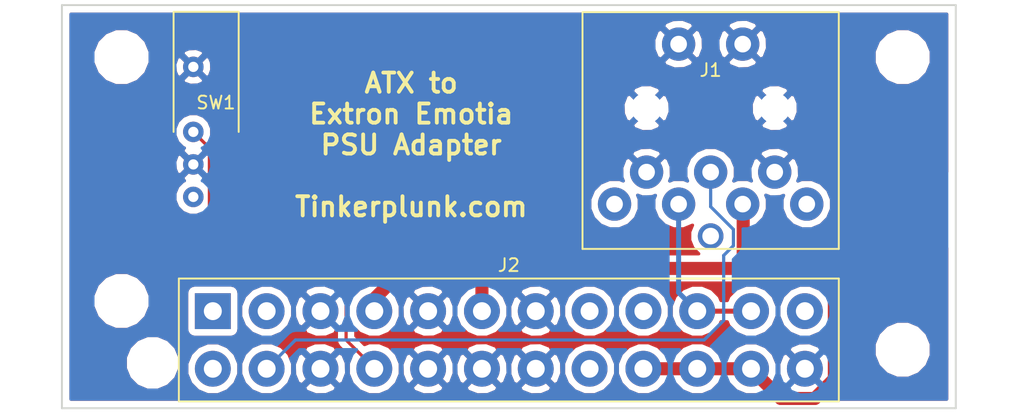
<source format=kicad_pcb>
(kicad_pcb (version 4) (host pcbnew 4.0.7)

  (general
    (links 24)
    (no_connects 0)
    (area 115.924999 98.730999 185.827001 130.377001)
    (thickness 1.6)
    (drawings 6)
    (tracks 40)
    (zones 0)
    (modules 7)
    (nets 13)
  )

  (page A4)
  (layers
    (0 F.Cu signal)
    (31 B.Cu signal)
    (32 B.Adhes user)
    (33 F.Adhes user)
    (34 B.Paste user)
    (35 F.Paste user)
    (36 B.SilkS user)
    (37 F.SilkS user)
    (38 B.Mask user)
    (39 F.Mask user)
    (40 Dwgs.User user)
    (41 Cmts.User user)
    (42 Eco1.User user)
    (43 Eco2.User user)
    (44 Edge.Cuts user)
    (45 Margin user)
    (46 B.CrtYd user)
    (47 F.CrtYd user)
    (48 B.Fab user)
    (49 F.Fab user)
  )

  (setup
    (last_trace_width 0.25)
    (user_trace_width 0.391)
    (user_trace_width 1.02)
    (trace_clearance 0.2)
    (zone_clearance 0.508)
    (zone_45_only no)
    (trace_min 0.2)
    (segment_width 0.2)
    (edge_width 0.15)
    (via_size 0.6)
    (via_drill 0.4)
    (via_min_size 0.4)
    (via_min_drill 0.3)
    (uvia_size 0.3)
    (uvia_drill 0.1)
    (uvias_allowed no)
    (uvia_min_size 0.2)
    (uvia_min_drill 0.1)
    (pcb_text_width 0.3)
    (pcb_text_size 1.5 1.5)
    (mod_edge_width 0.15)
    (mod_text_size 1 1)
    (mod_text_width 0.15)
    (pad_size 2.6 2.6)
    (pad_drill 1.3)
    (pad_to_mask_clearance 0.2)
    (aux_axis_origin 0 0)
    (visible_elements 7FFFFFFF)
    (pcbplotparams
      (layerselection 0x010f0_80000001)
      (usegerberextensions true)
      (excludeedgelayer true)
      (linewidth 0.100000)
      (plotframeref false)
      (viasonmask false)
      (mode 1)
      (useauxorigin false)
      (hpglpennumber 1)
      (hpglpenspeed 20)
      (hpglpendiameter 15)
      (hpglpenoverlay 2)
      (psnegative false)
      (psa4output false)
      (plotreference true)
      (plotvalue true)
      (plotinvisibletext false)
      (padsonsilk false)
      (subtractmaskfromsilk false)
      (outputformat 1)
      (mirror false)
      (drillshape 0)
      (scaleselection 1)
      (outputdirectory Gerbers/0.1/))
  )

  (net 0 "")
  (net 1 GND)
  (net 2 -12V)
  (net 3 +12V)
  (net 4 +5V)
  (net 5 "Net-(J2-Pad1)")
  (net 6 "Net-(J2-Pad2)")
  (net 7 "Net-(J2-Pad8)")
  (net 8 "Net-(J2-Pad9)")
  (net 9 "Net-(J2-Pad12)")
  (net 10 "Net-(J2-Pad13)")
  (net 11 "Net-(J2-Pad16)")
  (net 12 "Net-(J2-Pad20)")

  (net_class Default "This is the default net class."
    (clearance 0.2)
    (trace_width 0.25)
    (via_dia 0.6)
    (via_drill 0.4)
    (uvia_dia 0.3)
    (uvia_drill 0.1)
    (add_net +12V)
    (add_net +5V)
    (add_net -12V)
    (add_net GND)
    (add_net "Net-(J2-Pad1)")
    (add_net "Net-(J2-Pad12)")
    (add_net "Net-(J2-Pad13)")
    (add_net "Net-(J2-Pad16)")
    (add_net "Net-(J2-Pad2)")
    (add_net "Net-(J2-Pad20)")
    (add_net "Net-(J2-Pad8)")
    (add_net "Net-(J2-Pad9)")
  )

  (module Mounting_Holes:MountingHole_3.2mm_M3 (layer F.Cu) (tedit 5B428138) (tstamp 5B4280A2)
    (at 120.65 102.87)
    (descr "Mounting Hole 3.2mm, no annular, M3")
    (tags "mounting hole 3.2mm no annular m3")
    (attr virtual)
    (fp_text reference "" (at 0 -4.2) (layer F.SilkS)
      (effects (font (size 1 1) (thickness 0.15)))
    )
    (fp_text value MountingHole_3.2mm_M3 (at 0 4.2) (layer F.Fab)
      (effects (font (size 1 1) (thickness 0.15)))
    )
    (fp_text user %R (at 0.3 0) (layer F.Fab)
      (effects (font (size 1 1) (thickness 0.15)))
    )
    (fp_circle (center 0 0) (end 3.2 0) (layer Cmts.User) (width 0.15))
    (fp_circle (center 0 0) (end 3.45 0) (layer F.CrtYd) (width 0.05))
    (pad 1 np_thru_hole circle (at 0 0) (size 3.2 3.2) (drill 3.2) (layers *.Cu *.Mask))
  )

  (module Mounting_Holes:MountingHole_3.2mm_M3 (layer F.Cu) (tedit 5B42813F) (tstamp 5B428097)
    (at 120.65 121.92)
    (descr "Mounting Hole 3.2mm, no annular, M3")
    (tags "mounting hole 3.2mm no annular m3")
    (attr virtual)
    (fp_text reference "" (at 0 -4.2) (layer F.SilkS)
      (effects (font (size 1 1) (thickness 0.15)))
    )
    (fp_text value MountingHole_3.2mm_M3 (at 0 4.2) (layer F.Fab)
      (effects (font (size 1 1) (thickness 0.15)))
    )
    (fp_text user %R (at 0.3 0) (layer F.Fab)
      (effects (font (size 1 1) (thickness 0.15)))
    )
    (fp_circle (center 0 0) (end 3.2 0) (layer Cmts.User) (width 0.15))
    (fp_circle (center 0 0) (end 3.45 0) (layer F.CrtYd) (width 0.05))
    (pad 1 np_thru_hole circle (at 0 0) (size 3.2 3.2) (drill 3.2) (layers *.Cu *.Mask))
  )

  (module Mounting_Holes:MountingHole_3.2mm_M3 (layer F.Cu) (tedit 5B428145) (tstamp 5B42807F)
    (at 181.61 125.73)
    (descr "Mounting Hole 3.2mm, no annular, M3")
    (tags "mounting hole 3.2mm no annular m3")
    (attr virtual)
    (fp_text reference "" (at 0 -4.2) (layer F.SilkS)
      (effects (font (size 1 1) (thickness 0.15)))
    )
    (fp_text value MountingHole_3.2mm_M3 (at 0 4.2) (layer F.Fab)
      (effects (font (size 1 1) (thickness 0.15)))
    )
    (fp_text user %R (at 0.3 0) (layer F.Fab)
      (effects (font (size 1 1) (thickness 0.15)))
    )
    (fp_circle (center 0 0) (end 3.2 0) (layer Cmts.User) (width 0.15))
    (fp_circle (center 0 0) (end 3.45 0) (layer F.CrtYd) (width 0.05))
    (pad 1 np_thru_hole circle (at 0 0) (size 3.2 3.2) (drill 3.2) (layers *.Cu *.Mask))
  )

  (module ATX_PSU:DIN_8 (layer F.Cu) (tedit 5B427FCA) (tstamp 5B421731)
    (at 166.624 101.854 180)
    (path /5B41BC92)
    (fp_text reference J1 (at 0 -2.032 180) (layer F.SilkS)
      (effects (font (size 1 1) (thickness 0.15)))
    )
    (fp_text value DIN-5 (at 0 -4.572 180) (layer F.Fab)
      (effects (font (size 1 1) (thickness 0.15)))
    )
    (fp_line (start 10 2.5) (end -10 2.5) (layer F.SilkS) (width 0.15))
    (fp_line (start -10 2.5) (end -10 -16) (layer F.SilkS) (width 0.15))
    (fp_line (start -10 -16) (end 10 -16) (layer F.SilkS) (width 0.15))
    (fp_line (start 10 -16) (end 10 2.5) (layer F.SilkS) (width 0.15))
    (pad "" thru_hole circle (at -2.5 0 180) (size 2.6 2.6) (drill 1.3) (layers *.Cu *.Mask)
      (net 1 GND))
    (pad "" thru_hole circle (at 2.5 0 180) (size 2.6 2.6) (drill 1.3) (layers *.Cu *.Mask)
      (net 1 GND))
    (pad 1 thru_hole circle (at 5 -10 180) (size 2.6 2.6) (drill 1.3) (layers *.Cu *.Mask)
      (net 1 GND))
    (pad 2 thru_hole circle (at 0 -10 180) (size 2.6 2.6) (drill 1.3) (layers *.Cu *.Mask)
      (net 2 -12V))
    (pad 3 thru_hole circle (at -5 -10 180) (size 2.6 2.6) (drill 1.3) (layers *.Cu *.Mask)
      (net 1 GND))
    (pad 4 thru_hole circle (at 2.5 -12.5 180) (size 2.6 2.6) (drill 1.3) (layers *.Cu *.Mask)
      (net 3 +12V))
    (pad 5 thru_hole circle (at -2.5 -12.5 180) (size 2.6 2.6) (drill 1.3) (layers *.Cu *.Mask)
      (net 4 +5V))
    (pad 6 thru_hole circle (at 7.5 -12.5 180) (size 2.6 2.6) (drill 1.3) (layers *.Cu *.Mask))
    (pad 7 thru_hole circle (at -7.5 -12.5 180) (size 2.6 2.6) (drill 1.3) (layers *.Cu *.Mask))
    (pad "" np_thru_hole circle (at 5 -5 180) (size 2.4 2.4) (drill 2.4) (layers *.Cu *.Mask)
      (net 1 GND))
    (pad "" np_thru_hole circle (at -5 -5 180) (size 2.4 2.4) (drill 2.4) (layers *.Cu *.Mask)
      (net 1 GND))
    (pad 8 thru_hole circle (at 0 -15 180) (size 2 2) (drill 1.3) (layers *.Cu *.Mask))
  )

  (module ATX_PSU:ATX_PWR_24 (layer F.Cu) (tedit 5B427FD7) (tstamp 5B421752)
    (at 150.876 124.968)
    (path /5B41C032)
    (fp_text reference J2 (at 0 -5.842) (layer F.SilkS)
      (effects (font (size 1 1) (thickness 0.15)))
    )
    (fp_text value Conn_02x12_Top_Bottom (at -4.572 -7.366) (layer F.Fab)
      (effects (font (size 1 1) (thickness 0.15)))
    )
    (fp_line (start -25.75 -4.8) (end 25.75 -4.8) (layer F.SilkS) (width 0.15))
    (fp_line (start 25.75 -4.8) (end 25.75 4.8) (layer F.SilkS) (width 0.15))
    (fp_line (start 25.75 4.8) (end -25.75 4.8) (layer F.SilkS) (width 0.15))
    (fp_line (start -25.75 4.8) (end -25.75 -4.8) (layer F.SilkS) (width 0.15))
    (pad 1 thru_hole rect (at -23.1 -2.25) (size 2.8 2.8) (drill 1.4) (layers *.Cu *.Mask)
      (net 5 "Net-(J2-Pad1)"))
    (pad "" np_thru_hole circle (at -27.8 1.79) (size 3 3) (drill 3) (layers *.Cu *.Mask))
    (pad 2 thru_hole circle (at -18.9 -2.25) (size 2.8 2.8) (drill 1.4) (layers *.Cu *.Mask)
      (net 6 "Net-(J2-Pad2)"))
    (pad 3 thru_hole circle (at -14.7 -2.25) (size 2.8 2.8) (drill 1.4) (layers *.Cu *.Mask)
      (net 1 GND))
    (pad 4 thru_hole circle (at -10.5 -2.25) (size 2.8 2.8) (drill 1.4) (layers *.Cu *.Mask)
      (net 4 +5V))
    (pad 5 thru_hole circle (at -6.3 -2.25) (size 2.8 2.8) (drill 1.4) (layers *.Cu *.Mask)
      (net 1 GND))
    (pad 6 thru_hole circle (at -2.1 -2.25) (size 2.8 2.8) (drill 1.4) (layers *.Cu *.Mask)
      (net 4 +5V))
    (pad 7 thru_hole circle (at 2.1 -2.25) (size 2.8 2.8) (drill 1.4) (layers *.Cu *.Mask)
      (net 1 GND))
    (pad 8 thru_hole circle (at 6.3 -2.25) (size 2.8 2.8) (drill 1.4) (layers *.Cu *.Mask)
      (net 7 "Net-(J2-Pad8)"))
    (pad 9 thru_hole circle (at 10.5 -2.25) (size 2.8 2.8) (drill 1.4) (layers *.Cu *.Mask)
      (net 8 "Net-(J2-Pad9)"))
    (pad 10 thru_hole circle (at 14.7 -2.25) (size 2.8 2.8) (drill 1.4) (layers *.Cu *.Mask)
      (net 3 +12V))
    (pad 11 thru_hole circle (at 18.9 -2.25) (size 2.8 2.8) (drill 1.4) (layers *.Cu *.Mask)
      (net 3 +12V))
    (pad 12 thru_hole circle (at 23.1 -2.25) (size 2.8 2.8) (drill 1.4) (layers *.Cu *.Mask)
      (net 9 "Net-(J2-Pad12)"))
    (pad 13 thru_hole circle (at -23.1 2.25) (size 2.8 2.8) (drill 1.4) (layers *.Cu *.Mask)
      (net 10 "Net-(J2-Pad13)"))
    (pad 14 thru_hole circle (at -18.9 2.25) (size 2.8 2.8) (drill 1.4) (layers *.Cu *.Mask)
      (net 2 -12V))
    (pad 15 thru_hole circle (at -14.7 2.25) (size 2.8 2.8) (drill 1.4) (layers *.Cu *.Mask)
      (net 1 GND))
    (pad 16 thru_hole circle (at -10.5 2.25) (size 2.8 2.8) (drill 1.4) (layers *.Cu *.Mask)
      (net 11 "Net-(J2-Pad16)"))
    (pad 17 thru_hole circle (at -6.3 2.25) (size 2.8 2.8) (drill 1.4) (layers *.Cu *.Mask)
      (net 1 GND))
    (pad 18 thru_hole circle (at -2.1 2.25) (size 2.8 2.8) (drill 1.4) (layers *.Cu *.Mask)
      (net 1 GND))
    (pad 19 thru_hole circle (at 2.1 2.25) (size 2.8 2.8) (drill 1.4) (layers *.Cu *.Mask)
      (net 1 GND))
    (pad 20 thru_hole circle (at 6.3 2.25) (size 2.8 2.8) (drill 1.4) (layers *.Cu *.Mask)
      (net 12 "Net-(J2-Pad20)"))
    (pad 21 thru_hole circle (at 10.5 2.25) (size 2.8 2.8) (drill 1.4) (layers *.Cu *.Mask)
      (net 4 +5V))
    (pad 22 thru_hole circle (at 14.7 2.25) (size 2.8 2.8) (drill 1.4) (layers *.Cu *.Mask)
      (net 4 +5V))
    (pad 23 thru_hole circle (at 18.9 2.25) (size 2.8 2.8) (drill 1.4) (layers *.Cu *.Mask)
      (net 4 +5V))
    (pad 24 thru_hole circle (at 23.1 2.25) (size 2.8 2.8) (drill 1.4) (layers *.Cu *.Mask)
      (net 1 GND))
  )

  (module ATX_PSU:SPDT_A12AV1 (layer F.Cu) (tedit 5B427FE6) (tstamp 5B42175D)
    (at 127.254 103.632 180)
    (path /5B41C185)
    (fp_text reference SW1 (at -0.762 -2.794 180) (layer F.SilkS)
      (effects (font (size 1 1) (thickness 0.15)))
    )
    (fp_text value SW_SPST (at 6.096 -6.35 180) (layer F.Fab)
      (effects (font (size 1 1) (thickness 0.15)))
    )
    (fp_line (start 2.54 -5.08) (end 2.54 4.3) (layer F.SilkS) (width 0.15))
    (fp_line (start 2.54 4.3) (end -2.54 4.3) (layer F.SilkS) (width 0.15))
    (fp_line (start -2.54 4.3) (end -2.54 -5.08) (layer F.SilkS) (width 0.15))
    (pad "" thru_hole circle (at 1 0 180) (size 1.6 1.6) (drill 0.8) (layers *.Cu *.Mask)
      (net 1 GND))
    (pad 3 thru_hole circle (at 1 -10.16 180) (size 1.6 1.6) (drill 0.8) (layers *.Cu *.Mask))
    (pad 2 thru_hole circle (at 1 -7.62 180) (size 1.6 1.6) (drill 0.8) (layers *.Cu *.Mask)
      (net 1 GND))
    (pad 1 thru_hole circle (at 1 -5.08 180) (size 1.6 1.6) (drill 0.8) (layers *.Cu *.Mask)
      (net 11 "Net-(J2-Pad16)"))
  )

  (module Mounting_Holes:MountingHole_3.2mm_M3 (layer F.Cu) (tedit 5B42814A) (tstamp 5B428042)
    (at 181.61 102.87)
    (descr "Mounting Hole 3.2mm, no annular, M3")
    (tags "mounting hole 3.2mm no annular m3")
    (attr virtual)
    (fp_text reference "" (at 0 -4.2) (layer F.SilkS)
      (effects (font (size 1 1) (thickness 0.15)))
    )
    (fp_text value MountingHole_3.2mm_M3 (at 0 4.2) (layer F.Fab)
      (effects (font (size 1 1) (thickness 0.15)))
    )
    (fp_text user %R (at 0.3 0) (layer F.Fab)
      (effects (font (size 1 1) (thickness 0.15)))
    )
    (fp_circle (center 0 0) (end 3.2 0) (layer Cmts.User) (width 0.15))
    (fp_circle (center 0 0) (end 3.45 0) (layer F.CrtYd) (width 0.05))
    (pad 1 np_thru_hole circle (at 0 0) (size 3.2 3.2) (drill 3.2) (layers *.Cu *.Mask))
  )

  (gr_text v0.1 (at 183.896 114.808 90) (layer F.Cu)
    (effects (font (size 1.5 1.5) (thickness 0.3)))
  )
  (gr_text "ATX to\nExtron Emotia\nPSU Adapter\n\nTinkerplunk.com" (at 143.256 109.728) (layer F.SilkS)
    (effects (font (size 1.5 1.5) (thickness 0.3)))
  )
  (gr_line (start 116 98.806) (end 185.752 98.806) (angle 90) (layer Edge.Cuts) (width 0.15))
  (gr_line (start 116 130.302) (end 116 98.806) (angle 90) (layer Edge.Cuts) (width 0.15))
  (gr_line (start 185.752 130.302) (end 116 130.302) (angle 90) (layer Edge.Cuts) (width 0.15))
  (gr_line (start 185.752 98.806) (end 185.752 130.302) (angle 90) (layer Edge.Cuts) (width 0.15))

  (segment (start 167.64 121.412) (end 167.64 118.364) (width 0.25) (layer B.Cu) (net 2))
  (segment (start 134.226 124.968) (end 166.116 124.968) (width 0.25) (layer B.Cu) (net 2) (tstamp 5B427A88))
  (segment (start 166.116 124.968) (end 167.64 123.444) (width 0.25) (layer B.Cu) (net 2) (tstamp 5B427A8E))
  (segment (start 167.64 123.444) (end 167.64 121.412) (width 0.25) (layer B.Cu) (net 2) (tstamp 5B427AAC))
  (segment (start 131.976 127.218) (end 134.226 124.968) (width 0.25) (layer B.Cu) (net 2))
  (segment (start 166.624 114.554) (end 166.624 111.854) (width 0.25) (layer B.Cu) (net 2) (tstamp 5B427B23))
  (segment (start 168.402 116.332) (end 166.624 114.554) (width 0.25) (layer B.Cu) (net 2) (tstamp 5B427B21))
  (segment (start 168.402 117.602) (end 168.402 116.332) (width 0.25) (layer B.Cu) (net 2) (tstamp 5B427B20))
  (segment (start 167.64 118.364) (end 168.402 117.602) (width 0.25) (layer B.Cu) (net 2) (tstamp 5B427B1F))
  (segment (start 165.576 122.718) (end 169.776 122.718) (width 0.391) (layer F.Cu) (net 3) (status C00000))
  (segment (start 165.576 122.718) (end 164.124 121.266) (width 0.391) (layer B.Cu) (net 3) (status 400000))
  (segment (start 164.124 121.266) (end 164.124 114.354) (width 0.391) (layer B.Cu) (net 3) (tstamp 5B44394A) (status 800000))
  (segment (start 169.124 114.354) (end 169.164 114.394) (width 1.02) (layer F.Cu) (net 4) (status C00000))
  (segment (start 169.164 114.394) (end 169.164 119.38) (width 1.02) (layer F.Cu) (net 4) (tstamp 5B44397E) (status 400000))
  (segment (start 148.776 122.718) (end 148.776 119.38) (width 1.02) (layer F.Cu) (net 4) (status 400000))
  (segment (start 148.844 119.888) (end 148.844 119.38) (width 1.02) (layer F.Cu) (net 4) (tstamp 5B443941))
  (segment (start 148.844 119.448) (end 148.844 119.888) (width 1.02) (layer F.Cu) (net 4) (tstamp 5B443940))
  (segment (start 148.776 119.38) (end 148.844 119.448) (width 1.02) (layer F.Cu) (net 4) (tstamp 5B44393E))
  (segment (start 140.376 122.718) (end 140.376 121.752) (width 1.02) (layer F.Cu) (net 4) (status C00000))
  (segment (start 140.376 121.752) (end 142.748 119.38) (width 1.02) (layer F.Cu) (net 4) (tstamp 5B443931) (status 400000))
  (segment (start 142.748 119.38) (end 148.844 119.38) (width 1.02) (layer F.Cu) (net 4) (tstamp 5B443935))
  (segment (start 148.844 119.38) (end 169.164 119.38) (width 1.02) (layer F.Cu) (net 4) (tstamp 5B443942))
  (segment (start 169.164 119.38) (end 174.15 119.38) (width 1.02) (layer F.Cu) (net 4) (tstamp 5B443982))
  (segment (start 172.098 129.54) (end 169.776 127.218) (width 1.02) (layer F.Cu) (net 4) (tstamp 5B443918) (status 800000))
  (segment (start 174.752 129.54) (end 172.098 129.54) (width 1.02) (layer F.Cu) (net 4) (tstamp 5B443914))
  (segment (start 176.276 128.016) (end 174.752 129.54) (width 1.02) (layer F.Cu) (net 4) (tstamp 5B44390E))
  (segment (start 176.276 119.38) (end 176.276 128.016) (width 1.02) (layer F.Cu) (net 4) (tstamp 5B443908))
  (segment (start 174.15 119.38) (end 176.276 119.38) (width 1.02) (layer F.Cu) (net 4) (tstamp 5B4438F8))
  (segment (start 165.576 127.218) (end 161.376 127.218) (width 1.02) (layer F.Cu) (net 4) (status C00000))
  (segment (start 169.776 127.218) (end 165.576 127.218) (width 1.02) (layer F.Cu) (net 4) (status C00000))
  (segment (start 161.376 127.218) (end 161.376 127.086) (width 0.25) (layer F.Cu) (net 4))
  (segment (start 140.376 122.718) (end 140.934 122.718) (width 0.25) (layer F.Cu) (net 4))
  (segment (start 140.376 127.218) (end 140.376 127.168) (width 0.25) (layer F.Cu) (net 11))
  (segment (start 140.376 127.168) (end 138.176 124.968) (width 0.25) (layer F.Cu) (net 11) (tstamp 5B4218BB))
  (segment (start 138.176 124.968) (end 138.176 120.904) (width 0.25) (layer F.Cu) (net 11) (tstamp 5B4218BC))
  (segment (start 138.176 120.904) (end 136.144 118.872) (width 0.25) (layer F.Cu) (net 11) (tstamp 5B4218BE))
  (segment (start 136.144 118.872) (end 129.54 118.872) (width 0.25) (layer F.Cu) (net 11) (tstamp 5B4218C0))
  (segment (start 129.54 118.872) (end 127.508 116.84) (width 0.25) (layer F.Cu) (net 11) (tstamp 5B4218C2))
  (segment (start 127.508 116.84) (end 127.508 109.966) (width 0.25) (layer F.Cu) (net 11) (tstamp 5B4218C4))
  (segment (start 127.508 109.966) (end 126.254 108.712) (width 0.25) (layer F.Cu) (net 11) (tstamp 5B4218CA))

  (zone (net 1) (net_name GND) (layer F.Cu) (tstamp 5B443998) (hatch edge 0.508)
    (connect_pads (clearance 0.508))
    (min_thickness 0.254)
    (fill yes (arc_segments 16) (thermal_gap 0.508) (thermal_bridge_width 0.508))
    (polygon
      (pts
        (xy 185.928 130.556) (xy 115.824 130.556) (xy 115.824 98.552) (xy 185.928 98.552)
      )
    )
    (filled_polygon
      (pts
        (xy 185.042 111.815857) (xy 182.061 111.815857) (xy 182.061 117.800142) (xy 185.042 117.800142) (xy 185.042 129.592)
        (xy 176.319274 129.592) (xy 177.085637 128.825638) (xy 177.258514 128.566909) (xy 177.333842 128.454173) (xy 177.421 128.016)
        (xy 177.421 126.172619) (xy 179.374613 126.172619) (xy 179.714155 126.994372) (xy 180.342321 127.623636) (xy 181.163481 127.964611)
        (xy 182.052619 127.965387) (xy 182.874372 127.625845) (xy 183.503636 126.997679) (xy 183.844611 126.176519) (xy 183.845387 125.287381)
        (xy 183.505845 124.465628) (xy 182.877679 123.836364) (xy 182.056519 123.495389) (xy 181.167381 123.494613) (xy 180.345628 123.834155)
        (xy 179.716364 124.462321) (xy 179.375389 125.283481) (xy 179.374613 126.172619) (xy 177.421 126.172619) (xy 177.421 119.38)
        (xy 177.333842 118.941827) (xy 177.085637 118.570363) (xy 176.714173 118.322158) (xy 176.276 118.235) (xy 170.309 118.235)
        (xy 170.309 115.905186) (xy 170.763457 115.451521) (xy 171.058663 114.740584) (xy 171.059335 113.970793) (xy 170.931222 113.660735)
        (xy 171.28788 113.798066) (xy 172.057427 113.77871) (xy 172.311372 113.673523) (xy 172.189337 113.967416) (xy 172.188665 114.737207)
        (xy 172.48263 115.448658) (xy 173.026479 115.993457) (xy 173.737416 116.288663) (xy 174.507207 116.289335) (xy 175.218658 115.99537)
        (xy 175.763457 115.451521) (xy 176.058663 114.740584) (xy 176.059335 113.970793) (xy 175.76537 113.259342) (xy 175.221521 112.714543)
        (xy 174.510584 112.419337) (xy 173.740793 112.418665) (xy 173.430735 112.546778) (xy 173.568066 112.19012) (xy 173.54871 111.420573)
        (xy 173.291455 110.799504) (xy 172.993459 110.664146) (xy 171.803605 111.854) (xy 171.817748 111.868143) (xy 171.638143 112.047748)
        (xy 171.624 112.033605) (xy 171.609858 112.047748) (xy 171.430253 111.868143) (xy 171.444395 111.854) (xy 170.254541 110.664146)
        (xy 169.956545 110.799504) (xy 169.679934 111.51788) (xy 169.69929 112.287427) (xy 169.804477 112.541372) (xy 169.510584 112.419337)
        (xy 168.740793 112.418665) (xy 168.431683 112.546386) (xy 168.558663 112.240584) (xy 168.559335 111.470793) (xy 168.26537 110.759342)
        (xy 167.991049 110.484541) (xy 170.434146 110.484541) (xy 171.624 111.674395) (xy 172.813854 110.484541) (xy 172.678496 110.186545)
        (xy 171.96012 109.909934) (xy 171.190573 109.92929) (xy 170.569504 110.186545) (xy 170.434146 110.484541) (xy 167.991049 110.484541)
        (xy 167.721521 110.214543) (xy 167.010584 109.919337) (xy 166.240793 109.918665) (xy 165.529342 110.21263) (xy 164.984543 110.756479)
        (xy 164.689337 111.467416) (xy 164.688665 112.237207) (xy 164.816386 112.546317) (xy 164.510584 112.419337) (xy 163.740793 112.418665)
        (xy 163.430735 112.546778) (xy 163.568066 112.19012) (xy 163.54871 111.420573) (xy 163.291455 110.799504) (xy 162.993459 110.664146)
        (xy 161.803605 111.854) (xy 161.817748 111.868143) (xy 161.638143 112.047748) (xy 161.624 112.033605) (xy 161.609858 112.047748)
        (xy 161.430253 111.868143) (xy 161.444395 111.854) (xy 160.254541 110.664146) (xy 159.956545 110.799504) (xy 159.679934 111.51788)
        (xy 159.69929 112.287427) (xy 159.804477 112.541372) (xy 159.510584 112.419337) (xy 158.740793 112.418665) (xy 158.029342 112.71263)
        (xy 157.484543 113.256479) (xy 157.189337 113.967416) (xy 157.188665 114.737207) (xy 157.48263 115.448658) (xy 158.026479 115.993457)
        (xy 158.737416 116.288663) (xy 159.507207 116.289335) (xy 160.218658 115.99537) (xy 160.763457 115.451521) (xy 161.058663 114.740584)
        (xy 161.059335 113.970793) (xy 160.931222 113.660735) (xy 161.28788 113.798066) (xy 162.057427 113.77871) (xy 162.311372 113.673523)
        (xy 162.189337 113.967416) (xy 162.188665 114.737207) (xy 162.48263 115.448658) (xy 163.026479 115.993457) (xy 163.737416 116.288663)
        (xy 164.507207 116.289335) (xy 165.208426 115.999598) (xy 164.989284 116.527352) (xy 164.988716 117.177795) (xy 165.237106 117.778943)
        (xy 165.692366 118.235) (xy 142.748 118.235) (xy 142.309828 118.322157) (xy 141.938363 118.570362) (xy 139.722633 120.786093)
        (xy 139.224771 120.991805) (xy 138.936 121.280073) (xy 138.936 120.904) (xy 138.878148 120.613161) (xy 138.713401 120.366599)
        (xy 136.681401 118.334599) (xy 136.434839 118.169852) (xy 136.144 118.112) (xy 129.854802 118.112) (xy 128.268 116.525198)
        (xy 128.268 110.484541) (xy 160.434146 110.484541) (xy 161.624 111.674395) (xy 162.813854 110.484541) (xy 162.678496 110.186545)
        (xy 161.96012 109.909934) (xy 161.190573 109.92929) (xy 160.569504 110.186545) (xy 160.434146 110.484541) (xy 128.268 110.484541)
        (xy 128.268 109.966) (xy 128.210148 109.675161) (xy 128.045401 109.428599) (xy 127.667256 109.050454) (xy 127.68875 108.998691)
        (xy 127.689248 108.427813) (xy 127.574944 108.151175) (xy 160.50643 108.151175) (xy 160.629565 108.438788) (xy 161.311734 108.698707)
        (xy 162.041443 108.677786) (xy 162.618435 108.438788) (xy 162.74157 108.151175) (xy 170.50643 108.151175) (xy 170.629565 108.438788)
        (xy 171.311734 108.698707) (xy 172.041443 108.677786) (xy 172.618435 108.438788) (xy 172.74157 108.151175) (xy 171.624 107.033605)
        (xy 170.50643 108.151175) (xy 162.74157 108.151175) (xy 161.624 107.033605) (xy 160.50643 108.151175) (xy 127.574944 108.151175)
        (xy 127.471243 107.9002) (xy 127.067923 107.496176) (xy 126.540691 107.27725) (xy 125.969813 107.276752) (xy 125.4422 107.494757)
        (xy 125.038176 107.898077) (xy 124.81925 108.425309) (xy 124.818752 108.996187) (xy 125.036757 109.5238) (xy 125.440077 109.927824)
        (xy 125.554768 109.975448) (xy 125.499995 109.998136) (xy 125.425861 110.244255) (xy 126.254 111.072395) (xy 126.268142 111.058252)
        (xy 126.447748 111.237858) (xy 126.433605 111.252) (xy 126.447748 111.266143) (xy 126.268142 111.445748) (xy 126.254 111.431605)
        (xy 125.425861 112.259745) (xy 125.499995 112.505864) (xy 125.558254 112.526805) (xy 125.4422 112.574757) (xy 125.038176 112.978077)
        (xy 124.81925 113.505309) (xy 124.818752 114.076187) (xy 125.036757 114.6038) (xy 125.440077 115.007824) (xy 125.967309 115.22675)
        (xy 126.538187 115.227248) (xy 126.748 115.140555) (xy 126.748 116.84) (xy 126.805852 117.130839) (xy 126.970599 117.377401)
        (xy 129.002599 119.409401) (xy 129.249161 119.574148) (xy 129.54 119.632) (xy 135.829198 119.632) (xy 137.085324 120.888126)
        (xy 136.535969 120.674595) (xy 135.726591 120.692386) (xy 135.061455 120.967894) (xy 134.913882 121.276276) (xy 136.176 122.538395)
        (xy 136.190142 122.524252) (xy 136.369748 122.703858) (xy 136.355605 122.718) (xy 136.369748 122.732142) (xy 136.190142 122.911748)
        (xy 136.176 122.897605) (xy 134.913882 124.159724) (xy 135.061455 124.468106) (xy 135.816031 124.761405) (xy 136.625409 124.743614)
        (xy 137.290545 124.468106) (xy 137.416 124.205944) (xy 137.416 124.968) (xy 137.473852 125.258839) (xy 137.638599 125.505401)
        (xy 138.518359 126.385161) (xy 138.341354 126.811438) (xy 138.340648 127.621011) (xy 138.649805 128.369229) (xy 139.22176 128.942183)
        (xy 139.969438 129.252646) (xy 140.779011 129.253352) (xy 141.527229 128.944195) (xy 141.812196 128.659724) (xy 143.313882 128.659724)
        (xy 143.461455 128.968106) (xy 144.216031 129.261405) (xy 145.025409 129.243614) (xy 145.690545 128.968106) (xy 145.838118 128.659724)
        (xy 147.513882 128.659724) (xy 147.661455 128.968106) (xy 148.416031 129.261405) (xy 149.225409 129.243614) (xy 149.890545 128.968106)
        (xy 150.038118 128.659724) (xy 151.713882 128.659724) (xy 151.861455 128.968106) (xy 152.616031 129.261405) (xy 153.425409 129.243614)
        (xy 154.090545 128.968106) (xy 154.238118 128.659724) (xy 152.976 127.397605) (xy 151.713882 128.659724) (xy 150.038118 128.659724)
        (xy 148.776 127.397605) (xy 147.513882 128.659724) (xy 145.838118 128.659724) (xy 144.576 127.397605) (xy 143.313882 128.659724)
        (xy 141.812196 128.659724) (xy 142.100183 128.37224) (xy 142.410646 127.624562) (xy 142.411314 126.858031) (xy 142.532595 126.858031)
        (xy 142.550386 127.667409) (xy 142.825894 128.332545) (xy 143.134276 128.480118) (xy 144.396395 127.218) (xy 144.755605 127.218)
        (xy 146.017724 128.480118) (xy 146.326106 128.332545) (xy 146.619405 127.577969) (xy 146.60358 126.858031) (xy 146.732595 126.858031)
        (xy 146.750386 127.667409) (xy 147.025894 128.332545) (xy 147.334276 128.480118) (xy 148.596395 127.218) (xy 148.955605 127.218)
        (xy 150.217724 128.480118) (xy 150.526106 128.332545) (xy 150.819405 127.577969) (xy 150.80358 126.858031) (xy 150.932595 126.858031)
        (xy 150.950386 127.667409) (xy 151.225894 128.332545) (xy 151.534276 128.480118) (xy 152.796395 127.218) (xy 153.155605 127.218)
        (xy 154.417724 128.480118) (xy 154.726106 128.332545) (xy 155.002674 127.621011) (xy 155.140648 127.621011) (xy 155.449805 128.369229)
        (xy 156.02176 128.942183) (xy 156.769438 129.252646) (xy 157.579011 129.253352) (xy 158.327229 128.944195) (xy 158.900183 128.37224)
        (xy 159.210646 127.624562) (xy 159.211352 126.814989) (xy 158.902195 126.066771) (xy 158.33024 125.493817) (xy 157.582562 125.183354)
        (xy 156.772989 125.182648) (xy 156.024771 125.491805) (xy 155.451817 126.06376) (xy 155.141354 126.811438) (xy 155.140648 127.621011)
        (xy 155.002674 127.621011) (xy 155.019405 127.577969) (xy 155.001614 126.768591) (xy 154.726106 126.103455) (xy 154.417724 125.955882)
        (xy 153.155605 127.218) (xy 152.796395 127.218) (xy 151.534276 125.955882) (xy 151.225894 126.103455) (xy 150.932595 126.858031)
        (xy 150.80358 126.858031) (xy 150.801614 126.768591) (xy 150.526106 126.103455) (xy 150.217724 125.955882) (xy 148.955605 127.218)
        (xy 148.596395 127.218) (xy 147.334276 125.955882) (xy 147.025894 126.103455) (xy 146.732595 126.858031) (xy 146.60358 126.858031)
        (xy 146.601614 126.768591) (xy 146.326106 126.103455) (xy 146.017724 125.955882) (xy 144.755605 127.218) (xy 144.396395 127.218)
        (xy 143.134276 125.955882) (xy 142.825894 126.103455) (xy 142.532595 126.858031) (xy 142.411314 126.858031) (xy 142.411352 126.814989)
        (xy 142.102195 126.066771) (xy 141.812207 125.776276) (xy 143.313882 125.776276) (xy 144.576 127.038395) (xy 145.838118 125.776276)
        (xy 147.513882 125.776276) (xy 148.776 127.038395) (xy 150.038118 125.776276) (xy 151.713882 125.776276) (xy 152.976 127.038395)
        (xy 154.238118 125.776276) (xy 154.090545 125.467894) (xy 153.335969 125.174595) (xy 152.526591 125.192386) (xy 151.861455 125.467894)
        (xy 151.713882 125.776276) (xy 150.038118 125.776276) (xy 149.890545 125.467894) (xy 149.135969 125.174595) (xy 148.326591 125.192386)
        (xy 147.661455 125.467894) (xy 147.513882 125.776276) (xy 145.838118 125.776276) (xy 145.690545 125.467894) (xy 144.935969 125.174595)
        (xy 144.126591 125.192386) (xy 143.461455 125.467894) (xy 143.313882 125.776276) (xy 141.812207 125.776276) (xy 141.53024 125.493817)
        (xy 140.782562 125.183354) (xy 139.972989 125.182648) (xy 139.613845 125.331043) (xy 138.936 124.653198) (xy 138.936 124.155924)
        (xy 139.22176 124.442183) (xy 139.969438 124.752646) (xy 140.779011 124.753352) (xy 141.527229 124.444195) (xy 141.812196 124.159724)
        (xy 143.313882 124.159724) (xy 143.461455 124.468106) (xy 144.216031 124.761405) (xy 145.025409 124.743614) (xy 145.690545 124.468106)
        (xy 145.838118 124.159724) (xy 144.576 122.897605) (xy 143.313882 124.159724) (xy 141.812196 124.159724) (xy 142.100183 123.87224)
        (xy 142.410646 123.124562) (xy 142.411314 122.358031) (xy 142.532595 122.358031) (xy 142.550386 123.167409) (xy 142.825894 123.832545)
        (xy 143.134276 123.980118) (xy 144.396395 122.718) (xy 144.755605 122.718) (xy 146.017724 123.980118) (xy 146.326106 123.832545)
        (xy 146.619405 123.077969) (xy 146.601614 122.268591) (xy 146.326106 121.603455) (xy 146.017724 121.455882) (xy 144.755605 122.718)
        (xy 144.396395 122.718) (xy 143.134276 121.455882) (xy 142.825894 121.603455) (xy 142.532595 122.358031) (xy 142.411314 122.358031)
        (xy 142.411352 122.314989) (xy 142.125091 121.622183) (xy 142.470998 121.276276) (xy 143.313882 121.276276) (xy 144.576 122.538395)
        (xy 145.838118 121.276276) (xy 145.690545 120.967894) (xy 144.935969 120.674595) (xy 144.126591 120.692386) (xy 143.461455 120.967894)
        (xy 143.313882 121.276276) (xy 142.470998 121.276276) (xy 143.222275 120.525) (xy 147.631 120.525) (xy 147.631 120.989231)
        (xy 147.624771 120.991805) (xy 147.051817 121.56376) (xy 146.741354 122.311438) (xy 146.740648 123.121011) (xy 147.049805 123.869229)
        (xy 147.62176 124.442183) (xy 148.369438 124.752646) (xy 149.179011 124.753352) (xy 149.927229 124.444195) (xy 150.212196 124.159724)
        (xy 151.713882 124.159724) (xy 151.861455 124.468106) (xy 152.616031 124.761405) (xy 153.425409 124.743614) (xy 154.090545 124.468106)
        (xy 154.238118 124.159724) (xy 152.976 122.897605) (xy 151.713882 124.159724) (xy 150.212196 124.159724) (xy 150.500183 123.87224)
        (xy 150.810646 123.124562) (xy 150.811314 122.358031) (xy 150.932595 122.358031) (xy 150.950386 123.167409) (xy 151.225894 123.832545)
        (xy 151.534276 123.980118) (xy 152.796395 122.718) (xy 153.155605 122.718) (xy 154.417724 123.980118) (xy 154.726106 123.832545)
        (xy 155.002674 123.121011) (xy 155.140648 123.121011) (xy 155.449805 123.869229) (xy 156.02176 124.442183) (xy 156.769438 124.752646)
        (xy 157.579011 124.753352) (xy 158.327229 124.444195) (xy 158.900183 123.87224) (xy 159.210646 123.124562) (xy 159.210649 123.121011)
        (xy 159.340648 123.121011) (xy 159.649805 123.869229) (xy 160.22176 124.442183) (xy 160.969438 124.752646) (xy 161.779011 124.753352)
        (xy 162.527229 124.444195) (xy 163.100183 123.87224) (xy 163.410646 123.124562) (xy 163.410649 123.121011) (xy 163.540648 123.121011)
        (xy 163.849805 123.869229) (xy 164.42176 124.442183) (xy 165.169438 124.752646) (xy 165.979011 124.753352) (xy 166.727229 124.444195)
        (xy 167.300183 123.87224) (xy 167.434612 123.5485) (xy 167.917283 123.5485) (xy 168.049805 123.869229) (xy 168.62176 124.442183)
        (xy 169.369438 124.752646) (xy 170.179011 124.753352) (xy 170.927229 124.444195) (xy 171.500183 123.87224) (xy 171.810646 123.124562)
        (xy 171.811352 122.314989) (xy 171.502195 121.566771) (xy 170.93024 120.993817) (xy 170.182562 120.683354) (xy 169.372989 120.682648)
        (xy 168.624771 120.991805) (xy 168.051817 121.56376) (xy 167.917388 121.8875) (xy 167.434717 121.8875) (xy 167.302195 121.566771)
        (xy 166.73024 120.993817) (xy 165.982562 120.683354) (xy 165.172989 120.682648) (xy 164.424771 120.991805) (xy 163.851817 121.56376)
        (xy 163.541354 122.311438) (xy 163.540648 123.121011) (xy 163.410649 123.121011) (xy 163.411352 122.314989) (xy 163.102195 121.566771)
        (xy 162.53024 120.993817) (xy 161.782562 120.683354) (xy 160.972989 120.682648) (xy 160.224771 120.991805) (xy 159.651817 121.56376)
        (xy 159.341354 122.311438) (xy 159.340648 123.121011) (xy 159.210649 123.121011) (xy 159.211352 122.314989) (xy 158.902195 121.566771)
        (xy 158.33024 120.993817) (xy 157.582562 120.683354) (xy 156.772989 120.682648) (xy 156.024771 120.991805) (xy 155.451817 121.56376)
        (xy 155.141354 122.311438) (xy 155.140648 123.121011) (xy 155.002674 123.121011) (xy 155.019405 123.077969) (xy 155.001614 122.268591)
        (xy 154.726106 121.603455) (xy 154.417724 121.455882) (xy 153.155605 122.718) (xy 152.796395 122.718) (xy 151.534276 121.455882)
        (xy 151.225894 121.603455) (xy 150.932595 122.358031) (xy 150.811314 122.358031) (xy 150.811352 122.314989) (xy 150.502195 121.566771)
        (xy 150.212207 121.276276) (xy 151.713882 121.276276) (xy 152.976 122.538395) (xy 154.238118 121.276276) (xy 154.090545 120.967894)
        (xy 153.335969 120.674595) (xy 152.526591 120.692386) (xy 151.861455 120.967894) (xy 151.713882 121.276276) (xy 150.212207 121.276276)
        (xy 149.93024 120.993817) (xy 149.921 120.98998) (xy 149.921 120.525) (xy 175.131 120.525) (xy 175.131 120.994578)
        (xy 175.13024 120.993817) (xy 174.382562 120.683354) (xy 173.572989 120.682648) (xy 172.824771 120.991805) (xy 172.251817 121.56376)
        (xy 171.941354 122.311438) (xy 171.940648 123.121011) (xy 172.249805 123.869229) (xy 172.82176 124.442183) (xy 173.569438 124.752646)
        (xy 174.379011 124.753352) (xy 175.127229 124.444195) (xy 175.131 124.440431) (xy 175.131 125.552432) (xy 175.090545 125.467894)
        (xy 174.335969 125.174595) (xy 173.526591 125.192386) (xy 172.861455 125.467894) (xy 172.713882 125.776276) (xy 173.976 127.038395)
        (xy 173.990142 127.024252) (xy 174.169748 127.203858) (xy 174.155605 127.218) (xy 174.169748 127.232143) (xy 173.990142 127.411748)
        (xy 173.976 127.397605) (xy 173.961858 127.411748) (xy 173.782252 127.232142) (xy 173.796395 127.218) (xy 172.534276 125.955882)
        (xy 172.225894 126.103455) (xy 171.932595 126.858031) (xy 171.950386 127.667409) (xy 172.025129 127.847855) (xy 171.808061 127.630787)
        (xy 171.810646 127.624562) (xy 171.811352 126.814989) (xy 171.502195 126.066771) (xy 170.93024 125.493817) (xy 170.182562 125.183354)
        (xy 169.372989 125.182648) (xy 168.624771 125.491805) (xy 168.051817 126.06376) (xy 168.04798 126.073) (xy 167.304769 126.073)
        (xy 167.302195 126.066771) (xy 166.73024 125.493817) (xy 165.982562 125.183354) (xy 165.172989 125.182648) (xy 164.424771 125.491805)
        (xy 163.851817 126.06376) (xy 163.84798 126.073) (xy 163.104769 126.073) (xy 163.102195 126.066771) (xy 162.53024 125.493817)
        (xy 161.782562 125.183354) (xy 160.972989 125.182648) (xy 160.224771 125.491805) (xy 159.651817 126.06376) (xy 159.341354 126.811438)
        (xy 159.340648 127.621011) (xy 159.649805 128.369229) (xy 160.22176 128.942183) (xy 160.969438 129.252646) (xy 161.779011 129.253352)
        (xy 162.527229 128.944195) (xy 163.100183 128.37224) (xy 163.10402 128.363) (xy 163.847231 128.363) (xy 163.849805 128.369229)
        (xy 164.42176 128.942183) (xy 165.169438 129.252646) (xy 165.979011 129.253352) (xy 166.727229 128.944195) (xy 167.300183 128.37224)
        (xy 167.30402 128.363) (xy 168.047231 128.363) (xy 168.049805 128.369229) (xy 168.62176 128.942183) (xy 169.369438 129.252646)
        (xy 170.179011 129.253352) (xy 170.188257 129.249531) (xy 170.530726 129.592) (xy 116.71 129.592) (xy 116.71 127.180815)
        (xy 120.94063 127.180815) (xy 121.26498 127.9658) (xy 121.865041 128.566909) (xy 122.649459 128.892628) (xy 123.498815 128.89337)
        (xy 124.2838 128.56902) (xy 124.884909 127.968959) (xy 125.029389 127.621011) (xy 125.740648 127.621011) (xy 126.049805 128.369229)
        (xy 126.62176 128.942183) (xy 127.369438 129.252646) (xy 128.179011 129.253352) (xy 128.927229 128.944195) (xy 129.500183 128.37224)
        (xy 129.810646 127.624562) (xy 129.810649 127.621011) (xy 129.940648 127.621011) (xy 130.249805 128.369229) (xy 130.82176 128.942183)
        (xy 131.569438 129.252646) (xy 132.379011 129.253352) (xy 133.127229 128.944195) (xy 133.412196 128.659724) (xy 134.913882 128.659724)
        (xy 135.061455 128.968106) (xy 135.816031 129.261405) (xy 136.625409 129.243614) (xy 137.290545 128.968106) (xy 137.438118 128.659724)
        (xy 136.176 127.397605) (xy 134.913882 128.659724) (xy 133.412196 128.659724) (xy 133.700183 128.37224) (xy 134.010646 127.624562)
        (xy 134.011314 126.858031) (xy 134.132595 126.858031) (xy 134.150386 127.667409) (xy 134.425894 128.332545) (xy 134.734276 128.480118)
        (xy 135.996395 127.218) (xy 136.355605 127.218) (xy 137.617724 128.480118) (xy 137.926106 128.332545) (xy 138.219405 127.577969)
        (xy 138.201614 126.768591) (xy 137.926106 126.103455) (xy 137.617724 125.955882) (xy 136.355605 127.218) (xy 135.996395 127.218)
        (xy 134.734276 125.955882) (xy 134.425894 126.103455) (xy 134.132595 126.858031) (xy 134.011314 126.858031) (xy 134.011352 126.814989)
        (xy 133.702195 126.066771) (xy 133.412207 125.776276) (xy 134.913882 125.776276) (xy 136.176 127.038395) (xy 137.438118 125.776276)
        (xy 137.290545 125.467894) (xy 136.535969 125.174595) (xy 135.726591 125.192386) (xy 135.061455 125.467894) (xy 134.913882 125.776276)
        (xy 133.412207 125.776276) (xy 133.13024 125.493817) (xy 132.382562 125.183354) (xy 131.572989 125.182648) (xy 130.824771 125.491805)
        (xy 130.251817 126.06376) (xy 129.941354 126.811438) (xy 129.940648 127.621011) (xy 129.810649 127.621011) (xy 129.811352 126.814989)
        (xy 129.502195 126.066771) (xy 128.93024 125.493817) (xy 128.182562 125.183354) (xy 127.372989 125.182648) (xy 126.624771 125.491805)
        (xy 126.051817 126.06376) (xy 125.741354 126.811438) (xy 125.740648 127.621011) (xy 125.029389 127.621011) (xy 125.210628 127.184541)
        (xy 125.21137 126.335185) (xy 124.88702 125.5502) (xy 124.286959 124.949091) (xy 123.502541 124.623372) (xy 122.653185 124.62263)
        (xy 121.8682 124.94698) (xy 121.267091 125.547041) (xy 120.941372 126.331459) (xy 120.94063 127.180815) (xy 116.71 127.180815)
        (xy 116.71 122.362619) (xy 118.414613 122.362619) (xy 118.754155 123.184372) (xy 119.382321 123.813636) (xy 120.203481 124.154611)
        (xy 121.092619 124.155387) (xy 121.914372 123.815845) (xy 122.543636 123.187679) (xy 122.884611 122.366519) (xy 122.885387 121.477381)
        (xy 122.819533 121.318) (xy 125.72856 121.318) (xy 125.72856 124.118) (xy 125.772838 124.353317) (xy 125.91191 124.569441)
        (xy 126.12411 124.714431) (xy 126.376 124.76544) (xy 129.176 124.76544) (xy 129.411317 124.721162) (xy 129.627441 124.58209)
        (xy 129.772431 124.36989) (xy 129.82344 124.118) (xy 129.82344 123.121011) (xy 129.940648 123.121011) (xy 130.249805 123.869229)
        (xy 130.82176 124.442183) (xy 131.569438 124.752646) (xy 132.379011 124.753352) (xy 133.127229 124.444195) (xy 133.700183 123.87224)
        (xy 134.010646 123.124562) (xy 134.011314 122.358031) (xy 134.132595 122.358031) (xy 134.150386 123.167409) (xy 134.425894 123.832545)
        (xy 134.734276 123.980118) (xy 135.996395 122.718) (xy 134.734276 121.455882) (xy 134.425894 121.603455) (xy 134.132595 122.358031)
        (xy 134.011314 122.358031) (xy 134.011352 122.314989) (xy 133.702195 121.566771) (xy 133.13024 120.993817) (xy 132.382562 120.683354)
        (xy 131.572989 120.682648) (xy 130.824771 120.991805) (xy 130.251817 121.56376) (xy 129.941354 122.311438) (xy 129.940648 123.121011)
        (xy 129.82344 123.121011) (xy 129.82344 121.318) (xy 129.779162 121.082683) (xy 129.64009 120.866559) (xy 129.42789 120.721569)
        (xy 129.176 120.67056) (xy 126.376 120.67056) (xy 126.140683 120.714838) (xy 125.924559 120.85391) (xy 125.779569 121.06611)
        (xy 125.72856 121.318) (xy 122.819533 121.318) (xy 122.545845 120.655628) (xy 121.917679 120.026364) (xy 121.096519 119.685389)
        (xy 120.207381 119.684613) (xy 119.385628 120.024155) (xy 118.756364 120.652321) (xy 118.415389 121.473481) (xy 118.414613 122.362619)
        (xy 116.71 122.362619) (xy 116.71 111.035223) (xy 124.807035 111.035223) (xy 124.834222 111.605454) (xy 125.000136 112.006005)
        (xy 125.246255 112.080139) (xy 126.074395 111.252) (xy 125.246255 110.423861) (xy 125.000136 110.497995) (xy 124.807035 111.035223)
        (xy 116.71 111.035223) (xy 116.71 106.541734) (xy 159.779293 106.541734) (xy 159.800214 107.271443) (xy 160.039212 107.848435)
        (xy 160.326825 107.97157) (xy 161.444395 106.854) (xy 161.803605 106.854) (xy 162.921175 107.97157) (xy 163.208788 107.848435)
        (xy 163.468707 107.166266) (xy 163.450802 106.541734) (xy 169.779293 106.541734) (xy 169.800214 107.271443) (xy 170.039212 107.848435)
        (xy 170.326825 107.97157) (xy 171.444395 106.854) (xy 171.803605 106.854) (xy 172.921175 107.97157) (xy 173.208788 107.848435)
        (xy 173.468707 107.166266) (xy 173.447786 106.436557) (xy 173.208788 105.859565) (xy 172.921175 105.73643) (xy 171.803605 106.854)
        (xy 171.444395 106.854) (xy 170.326825 105.73643) (xy 170.039212 105.859565) (xy 169.779293 106.541734) (xy 163.450802 106.541734)
        (xy 163.447786 106.436557) (xy 163.208788 105.859565) (xy 162.921175 105.73643) (xy 161.803605 106.854) (xy 161.444395 106.854)
        (xy 160.326825 105.73643) (xy 160.039212 105.859565) (xy 159.779293 106.541734) (xy 116.71 106.541734) (xy 116.71 105.556825)
        (xy 160.50643 105.556825) (xy 161.624 106.674395) (xy 162.74157 105.556825) (xy 170.50643 105.556825) (xy 171.624 106.674395)
        (xy 172.74157 105.556825) (xy 172.618435 105.269212) (xy 171.936266 105.009293) (xy 171.206557 105.030214) (xy 170.629565 105.269212)
        (xy 170.50643 105.556825) (xy 162.74157 105.556825) (xy 162.618435 105.269212) (xy 161.936266 105.009293) (xy 161.206557 105.030214)
        (xy 160.629565 105.269212) (xy 160.50643 105.556825) (xy 116.71 105.556825) (xy 116.71 103.312619) (xy 118.414613 103.312619)
        (xy 118.754155 104.134372) (xy 119.382321 104.763636) (xy 120.203481 105.104611) (xy 121.092619 105.105387) (xy 121.914372 104.765845)
        (xy 122.040692 104.639745) (xy 125.425861 104.639745) (xy 125.499995 104.885864) (xy 126.037223 105.078965) (xy 126.607454 105.051778)
        (xy 127.008005 104.885864) (xy 127.082139 104.639745) (xy 126.254 103.811605) (xy 125.425861 104.639745) (xy 122.040692 104.639745)
        (xy 122.543636 104.137679) (xy 122.843625 103.415223) (xy 124.807035 103.415223) (xy 124.834222 103.985454) (xy 125.000136 104.386005)
        (xy 125.246255 104.460139) (xy 126.074395 103.632) (xy 126.433605 103.632) (xy 127.261745 104.460139) (xy 127.507864 104.386005)
        (xy 127.700965 103.848777) (xy 127.673778 103.278546) (xy 127.650961 103.223459) (xy 162.934146 103.223459) (xy 163.069504 103.521455)
        (xy 163.78788 103.798066) (xy 164.557427 103.77871) (xy 165.178496 103.521455) (xy 165.313854 103.223459) (xy 167.934146 103.223459)
        (xy 168.069504 103.521455) (xy 168.78788 103.798066) (xy 169.557427 103.77871) (xy 170.178496 103.521455) (xy 170.273355 103.312619)
        (xy 179.374613 103.312619) (xy 179.714155 104.134372) (xy 180.342321 104.763636) (xy 181.163481 105.104611) (xy 182.052619 105.105387)
        (xy 182.874372 104.765845) (xy 183.503636 104.137679) (xy 183.844611 103.316519) (xy 183.845387 102.427381) (xy 183.505845 101.605628)
        (xy 182.877679 100.976364) (xy 182.056519 100.635389) (xy 181.167381 100.634613) (xy 180.345628 100.974155) (xy 179.716364 101.602321)
        (xy 179.375389 102.423481) (xy 179.374613 103.312619) (xy 170.273355 103.312619) (xy 170.313854 103.223459) (xy 169.124 102.033605)
        (xy 167.934146 103.223459) (xy 165.313854 103.223459) (xy 164.124 102.033605) (xy 162.934146 103.223459) (xy 127.650961 103.223459)
        (xy 127.507864 102.877995) (xy 127.261745 102.803861) (xy 126.433605 103.632) (xy 126.074395 103.632) (xy 125.246255 102.803861)
        (xy 125.000136 102.877995) (xy 124.807035 103.415223) (xy 122.843625 103.415223) (xy 122.884611 103.316519) (xy 122.885215 102.624255)
        (xy 125.425861 102.624255) (xy 126.254 103.452395) (xy 127.082139 102.624255) (xy 127.008005 102.378136) (xy 126.470777 102.185035)
        (xy 125.900546 102.212222) (xy 125.499995 102.378136) (xy 125.425861 102.624255) (xy 122.885215 102.624255) (xy 122.885387 102.427381)
        (xy 122.545845 101.605628) (xy 122.458251 101.51788) (xy 162.179934 101.51788) (xy 162.19929 102.287427) (xy 162.456545 102.908496)
        (xy 162.754541 103.043854) (xy 163.944395 101.854) (xy 164.303605 101.854) (xy 165.493459 103.043854) (xy 165.791455 102.908496)
        (xy 166.068066 102.19012) (xy 166.051158 101.51788) (xy 167.179934 101.51788) (xy 167.19929 102.287427) (xy 167.456545 102.908496)
        (xy 167.754541 103.043854) (xy 168.944395 101.854) (xy 169.303605 101.854) (xy 170.493459 103.043854) (xy 170.791455 102.908496)
        (xy 171.068066 102.19012) (xy 171.04871 101.420573) (xy 170.791455 100.799504) (xy 170.493459 100.664146) (xy 169.303605 101.854)
        (xy 168.944395 101.854) (xy 167.754541 100.664146) (xy 167.456545 100.799504) (xy 167.179934 101.51788) (xy 166.051158 101.51788)
        (xy 166.04871 101.420573) (xy 165.791455 100.799504) (xy 165.493459 100.664146) (xy 164.303605 101.854) (xy 163.944395 101.854)
        (xy 162.754541 100.664146) (xy 162.456545 100.799504) (xy 162.179934 101.51788) (xy 122.458251 101.51788) (xy 121.917679 100.976364)
        (xy 121.096519 100.635389) (xy 120.207381 100.634613) (xy 119.385628 100.974155) (xy 118.756364 101.602321) (xy 118.415389 102.423481)
        (xy 118.414613 103.312619) (xy 116.71 103.312619) (xy 116.71 100.484541) (xy 162.934146 100.484541) (xy 164.124 101.674395)
        (xy 165.313854 100.484541) (xy 167.934146 100.484541) (xy 169.124 101.674395) (xy 170.313854 100.484541) (xy 170.178496 100.186545)
        (xy 169.46012 99.909934) (xy 168.690573 99.92929) (xy 168.069504 100.186545) (xy 167.934146 100.484541) (xy 165.313854 100.484541)
        (xy 165.178496 100.186545) (xy 164.46012 99.909934) (xy 163.690573 99.92929) (xy 163.069504 100.186545) (xy 162.934146 100.484541)
        (xy 116.71 100.484541) (xy 116.71 99.516) (xy 185.042 99.516)
      )
    )
  )
  (zone (net 1) (net_name GND) (layer B.Cu) (tstamp 5B443998) (hatch edge 0.508)
    (connect_pads (clearance 0.508))
    (min_thickness 0.254)
    (fill yes (arc_segments 16) (thermal_gap 0.508) (thermal_bridge_width 0.508))
    (polygon
      (pts
        (xy 185.928 130.556) (xy 115.824 130.556) (xy 115.824 98.552) (xy 185.928 98.552)
      )
    )
    (filled_polygon
      (pts
        (xy 185.042 129.592) (xy 116.71 129.592) (xy 116.71 127.180815) (xy 120.94063 127.180815) (xy 121.26498 127.9658)
        (xy 121.865041 128.566909) (xy 122.649459 128.892628) (xy 123.498815 128.89337) (xy 124.2838 128.56902) (xy 124.884909 127.968959)
        (xy 125.029389 127.621011) (xy 125.740648 127.621011) (xy 126.049805 128.369229) (xy 126.62176 128.942183) (xy 127.369438 129.252646)
        (xy 128.179011 129.253352) (xy 128.927229 128.944195) (xy 129.500183 128.37224) (xy 129.810646 127.624562) (xy 129.810649 127.621011)
        (xy 129.940648 127.621011) (xy 130.249805 128.369229) (xy 130.82176 128.942183) (xy 131.569438 129.252646) (xy 132.379011 129.253352)
        (xy 133.127229 128.944195) (xy 133.412196 128.659724) (xy 134.913882 128.659724) (xy 135.061455 128.968106) (xy 135.816031 129.261405)
        (xy 136.625409 129.243614) (xy 137.290545 128.968106) (xy 137.438118 128.659724) (xy 136.176 127.397605) (xy 134.913882 128.659724)
        (xy 133.412196 128.659724) (xy 133.700183 128.37224) (xy 134.010646 127.624562) (xy 134.011314 126.858031) (xy 134.132595 126.858031)
        (xy 134.150386 127.667409) (xy 134.425894 128.332545) (xy 134.734276 128.480118) (xy 135.996395 127.218) (xy 136.355605 127.218)
        (xy 137.617724 128.480118) (xy 137.926106 128.332545) (xy 138.219405 127.577969) (xy 138.201614 126.768591) (xy 137.926106 126.103455)
        (xy 137.617724 125.955882) (xy 136.355605 127.218) (xy 135.996395 127.218) (xy 134.734276 125.955882) (xy 134.425894 126.103455)
        (xy 134.132595 126.858031) (xy 134.011314 126.858031) (xy 134.011352 126.814989) (xy 133.848338 126.420464) (xy 134.540802 125.728)
        (xy 134.936984 125.728) (xy 134.913882 125.776276) (xy 136.176 127.038395) (xy 137.438118 125.776276) (xy 137.415016 125.728)
        (xy 138.988163 125.728) (xy 138.651817 126.06376) (xy 138.341354 126.811438) (xy 138.340648 127.621011) (xy 138.649805 128.369229)
        (xy 139.22176 128.942183) (xy 139.969438 129.252646) (xy 140.779011 129.253352) (xy 141.527229 128.944195) (xy 141.812196 128.659724)
        (xy 143.313882 128.659724) (xy 143.461455 128.968106) (xy 144.216031 129.261405) (xy 145.025409 129.243614) (xy 145.690545 128.968106)
        (xy 145.838118 128.659724) (xy 147.513882 128.659724) (xy 147.661455 128.968106) (xy 148.416031 129.261405) (xy 149.225409 129.243614)
        (xy 149.890545 128.968106) (xy 150.038118 128.659724) (xy 151.713882 128.659724) (xy 151.861455 128.968106) (xy 152.616031 129.261405)
        (xy 153.425409 129.243614) (xy 154.090545 128.968106) (xy 154.238118 128.659724) (xy 152.976 127.397605) (xy 151.713882 128.659724)
        (xy 150.038118 128.659724) (xy 148.776 127.397605) (xy 147.513882 128.659724) (xy 145.838118 128.659724) (xy 144.576 127.397605)
        (xy 143.313882 128.659724) (xy 141.812196 128.659724) (xy 142.100183 128.37224) (xy 142.410646 127.624562) (xy 142.411314 126.858031)
        (xy 142.532595 126.858031) (xy 142.550386 127.667409) (xy 142.825894 128.332545) (xy 143.134276 128.480118) (xy 144.396395 127.218)
        (xy 144.755605 127.218) (xy 146.017724 128.480118) (xy 146.326106 128.332545) (xy 146.619405 127.577969) (xy 146.60358 126.858031)
        (xy 146.732595 126.858031) (xy 146.750386 127.667409) (xy 147.025894 128.332545) (xy 147.334276 128.480118) (xy 148.596395 127.218)
        (xy 148.955605 127.218) (xy 150.217724 128.480118) (xy 150.526106 128.332545) (xy 150.819405 127.577969) (xy 150.80358 126.858031)
        (xy 150.932595 126.858031) (xy 150.950386 127.667409) (xy 151.225894 128.332545) (xy 151.534276 128.480118) (xy 152.796395 127.218)
        (xy 153.155605 127.218) (xy 154.417724 128.480118) (xy 154.726106 128.332545) (xy 155.019405 127.577969) (xy 155.001614 126.768591)
        (xy 154.726106 126.103455) (xy 154.417724 125.955882) (xy 153.155605 127.218) (xy 152.796395 127.218) (xy 151.534276 125.955882)
        (xy 151.225894 126.103455) (xy 150.932595 126.858031) (xy 150.80358 126.858031) (xy 150.801614 126.768591) (xy 150.526106 126.103455)
        (xy 150.217724 125.955882) (xy 148.955605 127.218) (xy 148.596395 127.218) (xy 147.334276 125.955882) (xy 147.025894 126.103455)
        (xy 146.732595 126.858031) (xy 146.60358 126.858031) (xy 146.601614 126.768591) (xy 146.326106 126.103455) (xy 146.017724 125.955882)
        (xy 144.755605 127.218) (xy 144.396395 127.218) (xy 143.134276 125.955882) (xy 142.825894 126.103455) (xy 142.532595 126.858031)
        (xy 142.411314 126.858031) (xy 142.411352 126.814989) (xy 142.102195 126.066771) (xy 141.764015 125.728) (xy 143.336984 125.728)
        (xy 143.313882 125.776276) (xy 144.576 127.038395) (xy 145.838118 125.776276) (xy 145.815016 125.728) (xy 147.536984 125.728)
        (xy 147.513882 125.776276) (xy 148.776 127.038395) (xy 150.038118 125.776276) (xy 150.015016 125.728) (xy 151.736984 125.728)
        (xy 151.713882 125.776276) (xy 152.976 127.038395) (xy 154.238118 125.776276) (xy 154.215016 125.728) (xy 155.788163 125.728)
        (xy 155.451817 126.06376) (xy 155.141354 126.811438) (xy 155.140648 127.621011) (xy 155.449805 128.369229) (xy 156.02176 128.942183)
        (xy 156.769438 129.252646) (xy 157.579011 129.253352) (xy 158.327229 128.944195) (xy 158.900183 128.37224) (xy 159.210646 127.624562)
        (xy 159.211352 126.814989) (xy 158.902195 126.066771) (xy 158.564015 125.728) (xy 159.988163 125.728) (xy 159.651817 126.06376)
        (xy 159.341354 126.811438) (xy 159.340648 127.621011) (xy 159.649805 128.369229) (xy 160.22176 128.942183) (xy 160.969438 129.252646)
        (xy 161.779011 129.253352) (xy 162.527229 128.944195) (xy 163.100183 128.37224) (xy 163.410646 127.624562) (xy 163.411352 126.814989)
        (xy 163.102195 126.066771) (xy 162.764015 125.728) (xy 164.188163 125.728) (xy 163.851817 126.06376) (xy 163.541354 126.811438)
        (xy 163.540648 127.621011) (xy 163.849805 128.369229) (xy 164.42176 128.942183) (xy 165.169438 129.252646) (xy 165.979011 129.253352)
        (xy 166.727229 128.944195) (xy 167.300183 128.37224) (xy 167.610646 127.624562) (xy 167.610649 127.621011) (xy 167.740648 127.621011)
        (xy 168.049805 128.369229) (xy 168.62176 128.942183) (xy 169.369438 129.252646) (xy 170.179011 129.253352) (xy 170.927229 128.944195)
        (xy 171.212196 128.659724) (xy 172.713882 128.659724) (xy 172.861455 128.968106) (xy 173.616031 129.261405) (xy 174.425409 129.243614)
        (xy 175.090545 128.968106) (xy 175.238118 128.659724) (xy 173.976 127.397605) (xy 172.713882 128.659724) (xy 171.212196 128.659724)
        (xy 171.500183 128.37224) (xy 171.810646 127.624562) (xy 171.811314 126.858031) (xy 171.932595 126.858031) (xy 171.950386 127.667409)
        (xy 172.225894 128.332545) (xy 172.534276 128.480118) (xy 173.796395 127.218) (xy 174.155605 127.218) (xy 175.417724 128.480118)
        (xy 175.726106 128.332545) (xy 176.019405 127.577969) (xy 176.001614 126.768591) (xy 175.754755 126.172619) (xy 179.374613 126.172619)
        (xy 179.714155 126.994372) (xy 180.342321 127.623636) (xy 181.163481 127.964611) (xy 182.052619 127.965387) (xy 182.874372 127.625845)
        (xy 183.503636 126.997679) (xy 183.844611 126.176519) (xy 183.845387 125.287381) (xy 183.505845 124.465628) (xy 182.877679 123.836364)
        (xy 182.056519 123.495389) (xy 181.167381 123.494613) (xy 180.345628 123.834155) (xy 179.716364 124.462321) (xy 179.375389 125.283481)
        (xy 179.374613 126.172619) (xy 175.754755 126.172619) (xy 175.726106 126.103455) (xy 175.417724 125.955882) (xy 174.155605 127.218)
        (xy 173.796395 127.218) (xy 172.534276 125.955882) (xy 172.225894 126.103455) (xy 171.932595 126.858031) (xy 171.811314 126.858031)
        (xy 171.811352 126.814989) (xy 171.502195 126.066771) (xy 171.212207 125.776276) (xy 172.713882 125.776276) (xy 173.976 127.038395)
        (xy 175.238118 125.776276) (xy 175.090545 125.467894) (xy 174.335969 125.174595) (xy 173.526591 125.192386) (xy 172.861455 125.467894)
        (xy 172.713882 125.776276) (xy 171.212207 125.776276) (xy 170.93024 125.493817) (xy 170.182562 125.183354) (xy 169.372989 125.182648)
        (xy 168.624771 125.491805) (xy 168.051817 126.06376) (xy 167.741354 126.811438) (xy 167.740648 127.621011) (xy 167.610649 127.621011)
        (xy 167.611352 126.814989) (xy 167.302195 126.066771) (xy 166.73024 125.493817) (xy 166.684131 125.474671) (xy 168.169584 123.989218)
        (xy 168.62176 124.442183) (xy 169.369438 124.752646) (xy 170.179011 124.753352) (xy 170.927229 124.444195) (xy 171.500183 123.87224)
        (xy 171.810646 123.124562) (xy 171.810649 123.121011) (xy 171.940648 123.121011) (xy 172.249805 123.869229) (xy 172.82176 124.442183)
        (xy 173.569438 124.752646) (xy 174.379011 124.753352) (xy 175.127229 124.444195) (xy 175.700183 123.87224) (xy 176.010646 123.124562)
        (xy 176.011352 122.314989) (xy 175.702195 121.566771) (xy 175.13024 120.993817) (xy 174.382562 120.683354) (xy 173.572989 120.682648)
        (xy 172.824771 120.991805) (xy 172.251817 121.56376) (xy 171.941354 122.311438) (xy 171.940648 123.121011) (xy 171.810649 123.121011)
        (xy 171.811352 122.314989) (xy 171.502195 121.566771) (xy 170.93024 120.993817) (xy 170.182562 120.683354) (xy 169.372989 120.682648)
        (xy 168.624771 120.991805) (xy 168.4 121.216184) (xy 168.4 118.678802) (xy 168.939401 118.139401) (xy 169.104148 117.892839)
        (xy 169.162 117.602) (xy 169.162 116.332) (xy 169.153452 116.289026) (xy 169.507207 116.289335) (xy 170.218658 115.99537)
        (xy 170.763457 115.451521) (xy 171.058663 114.740584) (xy 171.059335 113.970793) (xy 170.931222 113.660735) (xy 171.28788 113.798066)
        (xy 172.057427 113.77871) (xy 172.311372 113.673523) (xy 172.189337 113.967416) (xy 172.188665 114.737207) (xy 172.48263 115.448658)
        (xy 173.026479 115.993457) (xy 173.737416 116.288663) (xy 174.507207 116.289335) (xy 175.218658 115.99537) (xy 175.763457 115.451521)
        (xy 176.058663 114.740584) (xy 176.059335 113.970793) (xy 175.76537 113.259342) (xy 175.221521 112.714543) (xy 174.510584 112.419337)
        (xy 173.740793 112.418665) (xy 173.430735 112.546778) (xy 173.568066 112.19012) (xy 173.54871 111.420573) (xy 173.291455 110.799504)
        (xy 172.993459 110.664146) (xy 171.803605 111.854) (xy 171.817748 111.868143) (xy 171.638143 112.047748) (xy 171.624 112.033605)
        (xy 171.609858 112.047748) (xy 171.430253 111.868143) (xy 171.444395 111.854) (xy 170.254541 110.664146) (xy 169.956545 110.799504)
        (xy 169.679934 111.51788) (xy 169.69929 112.287427) (xy 169.804477 112.541372) (xy 169.510584 112.419337) (xy 168.740793 112.418665)
        (xy 168.431683 112.546386) (xy 168.558663 112.240584) (xy 168.559335 111.470793) (xy 168.26537 110.759342) (xy 167.991049 110.484541)
        (xy 170.434146 110.484541) (xy 171.624 111.674395) (xy 172.813854 110.484541) (xy 172.678496 110.186545) (xy 171.96012 109.909934)
        (xy 171.190573 109.92929) (xy 170.569504 110.186545) (xy 170.434146 110.484541) (xy 167.991049 110.484541) (xy 167.721521 110.214543)
        (xy 167.010584 109.919337) (xy 166.240793 109.918665) (xy 165.529342 110.21263) (xy 164.984543 110.756479) (xy 164.689337 111.467416)
        (xy 164.688665 112.237207) (xy 164.816386 112.546317) (xy 164.510584 112.419337) (xy 163.740793 112.418665) (xy 163.430735 112.546778)
        (xy 163.568066 112.19012) (xy 163.54871 111.420573) (xy 163.291455 110.799504) (xy 162.993459 110.664146) (xy 161.803605 111.854)
        (xy 161.817748 111.868143) (xy 161.638143 112.047748) (xy 161.624 112.033605) (xy 161.609858 112.047748) (xy 161.430253 111.868143)
        (xy 161.444395 111.854) (xy 160.254541 110.664146) (xy 159.956545 110.799504) (xy 159.679934 111.51788) (xy 159.69929 112.287427)
        (xy 159.804477 112.541372) (xy 159.510584 112.419337) (xy 158.740793 112.418665) (xy 158.029342 112.71263) (xy 157.484543 113.256479)
        (xy 157.189337 113.967416) (xy 157.188665 114.737207) (xy 157.48263 115.448658) (xy 158.026479 115.993457) (xy 158.737416 116.288663)
        (xy 159.507207 116.289335) (xy 160.218658 115.99537) (xy 160.763457 115.451521) (xy 161.058663 114.740584) (xy 161.059335 113.970793)
        (xy 160.931222 113.660735) (xy 161.28788 113.798066) (xy 162.057427 113.77871) (xy 162.311372 113.673523) (xy 162.189337 113.967416)
        (xy 162.188665 114.737207) (xy 162.48263 115.448658) (xy 163.026479 115.993457) (xy 163.2935 116.104333) (xy 163.2935 121.266)
        (xy 163.356718 121.583819) (xy 163.436245 121.702839) (xy 163.536748 121.853252) (xy 163.674436 121.99094) (xy 163.541354 122.311438)
        (xy 163.540648 123.121011) (xy 163.849805 123.869229) (xy 164.187985 124.208) (xy 162.763837 124.208) (xy 163.100183 123.87224)
        (xy 163.410646 123.124562) (xy 163.411352 122.314989) (xy 163.102195 121.566771) (xy 162.53024 120.993817) (xy 161.782562 120.683354)
        (xy 160.972989 120.682648) (xy 160.224771 120.991805) (xy 159.651817 121.56376) (xy 159.341354 122.311438) (xy 159.340648 123.121011)
        (xy 159.649805 123.869229) (xy 159.987985 124.208) (xy 158.563837 124.208) (xy 158.900183 123.87224) (xy 159.210646 123.124562)
        (xy 159.211352 122.314989) (xy 158.902195 121.566771) (xy 158.33024 120.993817) (xy 157.582562 120.683354) (xy 156.772989 120.682648)
        (xy 156.024771 120.991805) (xy 155.451817 121.56376) (xy 155.141354 122.311438) (xy 155.140648 123.121011) (xy 155.449805 123.869229)
        (xy 155.787985 124.208) (xy 154.215016 124.208) (xy 154.238118 124.159724) (xy 152.976 122.897605) (xy 151.713882 124.159724)
        (xy 151.736984 124.208) (xy 150.163837 124.208) (xy 150.500183 123.87224) (xy 150.810646 123.124562) (xy 150.811314 122.358031)
        (xy 150.932595 122.358031) (xy 150.950386 123.167409) (xy 151.225894 123.832545) (xy 151.534276 123.980118) (xy 152.796395 122.718)
        (xy 153.155605 122.718) (xy 154.417724 123.980118) (xy 154.726106 123.832545) (xy 155.019405 123.077969) (xy 155.001614 122.268591)
        (xy 154.726106 121.603455) (xy 154.417724 121.455882) (xy 153.155605 122.718) (xy 152.796395 122.718) (xy 151.534276 121.455882)
        (xy 151.225894 121.603455) (xy 150.932595 122.358031) (xy 150.811314 122.358031) (xy 150.811352 122.314989) (xy 150.502195 121.566771)
        (xy 150.212207 121.276276) (xy 151.713882 121.276276) (xy 152.976 122.538395) (xy 154.238118 121.276276) (xy 154.090545 120.967894)
        (xy 153.335969 120.674595) (xy 152.526591 120.692386) (xy 151.861455 120.967894) (xy 151.713882 121.276276) (xy 150.212207 121.276276)
        (xy 149.93024 120.993817) (xy 149.182562 120.683354) (xy 148.372989 120.682648) (xy 147.624771 120.991805) (xy 147.051817 121.56376)
        (xy 146.741354 122.311438) (xy 146.740648 123.121011) (xy 147.049805 123.869229) (xy 147.387985 124.208) (xy 145.815016 124.208)
        (xy 145.838118 124.159724) (xy 144.576 122.897605) (xy 143.313882 124.159724) (xy 143.336984 124.208) (xy 141.763837 124.208)
        (xy 142.100183 123.87224) (xy 142.410646 123.124562) (xy 142.411314 122.358031) (xy 142.532595 122.358031) (xy 142.550386 123.167409)
        (xy 142.825894 123.832545) (xy 143.134276 123.980118) (xy 144.396395 122.718) (xy 144.755605 122.718) (xy 146.017724 123.980118)
        (xy 146.326106 123.832545) (xy 146.619405 123.077969) (xy 146.601614 122.268591) (xy 146.326106 121.603455) (xy 146.017724 121.455882)
        (xy 144.755605 122.718) (xy 144.396395 122.718) (xy 143.134276 121.455882) (xy 142.825894 121.603455) (xy 142.532595 122.358031)
        (xy 142.411314 122.358031) (xy 142.411352 122.314989) (xy 142.102195 121.566771) (xy 141.812207 121.276276) (xy 143.313882 121.276276)
        (xy 144.576 122.538395) (xy 145.838118 121.276276) (xy 145.690545 120.967894) (xy 144.935969 120.674595) (xy 144.126591 120.692386)
        (xy 143.461455 120.967894) (xy 143.313882 121.276276) (xy 141.812207 121.276276) (xy 141.53024 120.993817) (xy 140.782562 120.683354)
        (xy 139.972989 120.682648) (xy 139.224771 120.991805) (xy 138.651817 121.56376) (xy 138.341354 122.311438) (xy 138.340648 123.121011)
        (xy 138.649805 123.869229) (xy 138.987985 124.208) (xy 137.415016 124.208) (xy 137.438118 124.159724) (xy 136.176 122.897605)
        (xy 134.913882 124.159724) (xy 134.936984 124.208) (xy 134.226 124.208) (xy 133.935161 124.265852) (xy 133.688599 124.430599)
        (xy 132.773509 125.345689) (xy 132.382562 125.183354) (xy 131.572989 125.182648) (xy 130.824771 125.491805) (xy 130.251817 126.06376)
        (xy 129.941354 126.811438) (xy 129.940648 127.621011) (xy 129.810649 127.621011) (xy 129.811352 126.814989) (xy 129.502195 126.066771)
        (xy 128.93024 125.493817) (xy 128.182562 125.183354) (xy 127.372989 125.182648) (xy 126.624771 125.491805) (xy 126.051817 126.06376)
        (xy 125.741354 126.811438) (xy 125.740648 127.621011) (xy 125.029389 127.621011) (xy 125.210628 127.184541) (xy 125.21137 126.335185)
        (xy 124.88702 125.5502) (xy 124.286959 124.949091) (xy 123.502541 124.623372) (xy 122.653185 124.62263) (xy 121.8682 124.94698)
        (xy 121.267091 125.547041) (xy 120.941372 126.331459) (xy 120.94063 127.180815) (xy 116.71 127.180815) (xy 116.71 122.362619)
        (xy 118.414613 122.362619) (xy 118.754155 123.184372) (xy 119.382321 123.813636) (xy 120.203481 124.154611) (xy 121.092619 124.155387)
        (xy 121.914372 123.815845) (xy 122.543636 123.187679) (xy 122.884611 122.366519) (xy 122.885387 121.477381) (xy 122.819533 121.318)
        (xy 125.72856 121.318) (xy 125.72856 124.118) (xy 125.772838 124.353317) (xy 125.91191 124.569441) (xy 126.12411 124.714431)
        (xy 126.376 124.76544) (xy 129.176 124.76544) (xy 129.411317 124.721162) (xy 129.627441 124.58209) (xy 129.772431 124.36989)
        (xy 129.82344 124.118) (xy 129.82344 123.121011) (xy 129.940648 123.121011) (xy 130.249805 123.869229) (xy 130.82176 124.442183)
        (xy 131.569438 124.752646) (xy 132.379011 124.753352) (xy 133.127229 124.444195) (xy 133.700183 123.87224) (xy 134.010646 123.124562)
        (xy 134.011314 122.358031) (xy 134.132595 122.358031) (xy 134.150386 123.167409) (xy 134.425894 123.832545) (xy 134.734276 123.980118)
        (xy 135.996395 122.718) (xy 136.355605 122.718) (xy 137.617724 123.980118) (xy 137.926106 123.832545) (xy 138.219405 123.077969)
        (xy 138.201614 122.268591) (xy 137.926106 121.603455) (xy 137.617724 121.455882) (xy 136.355605 122.718) (xy 135.996395 122.718)
        (xy 134.734276 121.455882) (xy 134.425894 121.603455) (xy 134.132595 122.358031) (xy 134.011314 122.358031) (xy 134.011352 122.314989)
        (xy 133.702195 121.566771) (xy 133.412207 121.276276) (xy 134.913882 121.276276) (xy 136.176 122.538395) (xy 137.438118 121.276276)
        (xy 137.290545 120.967894) (xy 136.535969 120.674595) (xy 135.726591 120.692386) (xy 135.061455 120.967894) (xy 134.913882 121.276276)
        (xy 133.412207 121.276276) (xy 133.13024 120.993817) (xy 132.382562 120.683354) (xy 131.572989 120.682648) (xy 130.824771 120.991805)
        (xy 130.251817 121.56376) (xy 129.941354 122.311438) (xy 129.940648 123.121011) (xy 129.82344 123.121011) (xy 129.82344 121.318)
        (xy 129.779162 121.082683) (xy 129.64009 120.866559) (xy 129.42789 120.721569) (xy 129.176 120.67056) (xy 126.376 120.67056)
        (xy 126.140683 120.714838) (xy 125.924559 120.85391) (xy 125.779569 121.06611) (xy 125.72856 121.318) (xy 122.819533 121.318)
        (xy 122.545845 120.655628) (xy 121.917679 120.026364) (xy 121.096519 119.685389) (xy 120.207381 119.684613) (xy 119.385628 120.024155)
        (xy 118.756364 120.652321) (xy 118.415389 121.473481) (xy 118.414613 122.362619) (xy 116.71 122.362619) (xy 116.71 114.076187)
        (xy 124.818752 114.076187) (xy 125.036757 114.6038) (xy 125.440077 115.007824) (xy 125.967309 115.22675) (xy 126.538187 115.227248)
        (xy 127.0658 115.009243) (xy 127.469824 114.605923) (xy 127.68875 114.078691) (xy 127.689248 113.507813) (xy 127.471243 112.9802)
        (xy 127.067923 112.576176) (xy 126.953232 112.528552) (xy 127.008005 112.505864) (xy 127.082139 112.259745) (xy 126.254 111.431605)
        (xy 125.425861 112.259745) (xy 125.499995 112.505864) (xy 125.558254 112.526805) (xy 125.4422 112.574757) (xy 125.038176 112.978077)
        (xy 124.81925 113.505309) (xy 124.818752 114.076187) (xy 116.71 114.076187) (xy 116.71 111.035223) (xy 124.807035 111.035223)
        (xy 124.834222 111.605454) (xy 125.000136 112.006005) (xy 125.246255 112.080139) (xy 126.074395 111.252) (xy 126.433605 111.252)
        (xy 127.261745 112.080139) (xy 127.507864 112.006005) (xy 127.700965 111.468777) (xy 127.673778 110.898546) (xy 127.507864 110.497995)
        (xy 127.463198 110.484541) (xy 160.434146 110.484541) (xy 161.624 111.674395) (xy 162.813854 110.484541) (xy 162.678496 110.186545)
        (xy 161.96012 109.909934) (xy 161.190573 109.92929) (xy 160.569504 110.186545) (xy 160.434146 110.484541) (xy 127.463198 110.484541)
        (xy 127.261745 110.423861) (xy 126.433605 111.252) (xy 126.074395 111.252) (xy 125.246255 110.423861) (xy 125.000136 110.497995)
        (xy 124.807035 111.035223) (xy 116.71 111.035223) (xy 116.71 108.996187) (xy 124.818752 108.996187) (xy 125.036757 109.5238)
        (xy 125.440077 109.927824) (xy 125.554768 109.975448) (xy 125.499995 109.998136) (xy 125.425861 110.244255) (xy 126.254 111.072395)
        (xy 127.082139 110.244255) (xy 127.008005 109.998136) (xy 126.949746 109.977195) (xy 127.0658 109.929243) (xy 127.469824 109.525923)
        (xy 127.68875 108.998691) (xy 127.689248 108.427813) (xy 127.574944 108.151175) (xy 160.50643 108.151175) (xy 160.629565 108.438788)
        (xy 161.311734 108.698707) (xy 162.041443 108.677786) (xy 162.618435 108.438788) (xy 162.74157 108.151175) (xy 170.50643 108.151175)
        (xy 170.629565 108.438788) (xy 171.311734 108.698707) (xy 172.041443 108.677786) (xy 172.618435 108.438788) (xy 172.74157 108.151175)
        (xy 171.624 107.033605) (xy 170.50643 108.151175) (xy 162.74157 108.151175) (xy 161.624 107.033605) (xy 160.50643 108.151175)
        (xy 127.574944 108.151175) (xy 127.471243 107.9002) (xy 127.067923 107.496176) (xy 126.540691 107.27725) (xy 125.969813 107.276752)
        (xy 125.4422 107.494757) (xy 125.038176 107.898077) (xy 124.81925 108.425309) (xy 124.818752 108.996187) (xy 116.71 108.996187)
        (xy 116.71 106.541734) (xy 159.779293 106.541734) (xy 159.800214 107.271443) (xy 160.039212 107.848435) (xy 160.326825 107.97157)
        (xy 161.444395 106.854) (xy 161.803605 106.854) (xy 162.921175 107.97157) (xy 163.208788 107.848435) (xy 163.468707 107.166266)
        (xy 163.450802 106.541734) (xy 169.779293 106.541734) (xy 169.800214 107.271443) (xy 170.039212 107.848435) (xy 170.326825 107.97157)
        (xy 171.444395 106.854) (xy 171.803605 106.854) (xy 172.921175 107.97157) (xy 173.208788 107.848435) (xy 173.468707 107.166266)
        (xy 173.447786 106.436557) (xy 173.208788 105.859565) (xy 172.921175 105.73643) (xy 171.803605 106.854) (xy 171.444395 106.854)
        (xy 170.326825 105.73643) (xy 170.039212 105.859565) (xy 169.779293 106.541734) (xy 163.450802 106.541734) (xy 163.447786 106.436557)
        (xy 163.208788 105.859565) (xy 162.921175 105.73643) (xy 161.803605 106.854) (xy 161.444395 106.854) (xy 160.326825 105.73643)
        (xy 160.039212 105.859565) (xy 159.779293 106.541734) (xy 116.71 106.541734) (xy 116.71 105.556825) (xy 160.50643 105.556825)
        (xy 161.624 106.674395) (xy 162.74157 105.556825) (xy 170.50643 105.556825) (xy 171.624 106.674395) (xy 172.74157 105.556825)
        (xy 172.618435 105.269212) (xy 171.936266 105.009293) (xy 171.206557 105.030214) (xy 170.629565 105.269212) (xy 170.50643 105.556825)
        (xy 162.74157 105.556825) (xy 162.618435 105.269212) (xy 161.936266 105.009293) (xy 161.206557 105.030214) (xy 160.629565 105.269212)
        (xy 160.50643 105.556825) (xy 116.71 105.556825) (xy 116.71 103.312619) (xy 118.414613 103.312619) (xy 118.754155 104.134372)
        (xy 119.382321 104.763636) (xy 120.203481 105.104611) (xy 121.092619 105.105387) (xy 121.914372 104.765845) (xy 122.040692 104.639745)
        (xy 125.425861 104.639745) (xy 125.499995 104.885864) (xy 126.037223 105.078965) (xy 126.607454 105.051778) (xy 127.008005 104.885864)
        (xy 127.082139 104.639745) (xy 126.254 103.811605) (xy 125.425861 104.639745) (xy 122.040692 104.639745) (xy 122.543636 104.137679)
        (xy 122.843625 103.415223) (xy 124.807035 103.415223) (xy 124.834222 103.985454) (xy 125.000136 104.386005) (xy 125.246255 104.460139)
        (xy 126.074395 103.632) (xy 126.433605 103.632) (xy 127.261745 104.460139) (xy 127.507864 104.386005) (xy 127.700965 103.848777)
        (xy 127.673778 103.278546) (xy 127.650961 103.223459) (xy 162.934146 103.223459) (xy 163.069504 103.521455) (xy 163.78788 103.798066)
        (xy 164.557427 103.77871) (xy 165.178496 103.521455) (xy 165.313854 103.223459) (xy 167.934146 103.223459) (xy 168.069504 103.521455)
        (xy 168.78788 103.798066) (xy 169.557427 103.77871) (xy 170.178496 103.521455) (xy 170.273355 103.312619) (xy 179.374613 103.312619)
        (xy 179.714155 104.134372) (xy 180.342321 104.763636) (xy 181.163481 105.104611) (xy 182.052619 105.105387) (xy 182.874372 104.765845)
        (xy 183.503636 104.137679) (xy 183.844611 103.316519) (xy 183.845387 102.427381) (xy 183.505845 101.605628) (xy 182.877679 100.976364)
        (xy 182.056519 100.635389) (xy 181.167381 100.634613) (xy 180.345628 100.974155) (xy 179.716364 101.602321) (xy 179.375389 102.423481)
        (xy 179.374613 103.312619) (xy 170.273355 103.312619) (xy 170.313854 103.223459) (xy 169.124 102.033605) (xy 167.934146 103.223459)
        (xy 165.313854 103.223459) (xy 164.124 102.033605) (xy 162.934146 103.223459) (xy 127.650961 103.223459) (xy 127.507864 102.877995)
        (xy 127.261745 102.803861) (xy 126.433605 103.632) (xy 126.074395 103.632) (xy 125.246255 102.803861) (xy 125.000136 102.877995)
        (xy 124.807035 103.415223) (xy 122.843625 103.415223) (xy 122.884611 103.316519) (xy 122.885215 102.624255) (xy 125.425861 102.624255)
        (xy 126.254 103.452395) (xy 127.082139 102.624255) (xy 127.008005 102.378136) (xy 126.470777 102.185035) (xy 125.900546 102.212222)
        (xy 125.499995 102.378136) (xy 125.425861 102.624255) (xy 122.885215 102.624255) (xy 122.885387 102.427381) (xy 122.545845 101.605628)
        (xy 122.458251 101.51788) (xy 162.179934 101.51788) (xy 162.19929 102.287427) (xy 162.456545 102.908496) (xy 162.754541 103.043854)
        (xy 163.944395 101.854) (xy 164.303605 101.854) (xy 165.493459 103.043854) (xy 165.791455 102.908496) (xy 166.068066 102.19012)
        (xy 166.051158 101.51788) (xy 167.179934 101.51788) (xy 167.19929 102.287427) (xy 167.456545 102.908496) (xy 167.754541 103.043854)
        (xy 168.944395 101.854) (xy 169.303605 101.854) (xy 170.493459 103.043854) (xy 170.791455 102.908496) (xy 171.068066 102.19012)
        (xy 171.04871 101.420573) (xy 170.791455 100.799504) (xy 170.493459 100.664146) (xy 169.303605 101.854) (xy 168.944395 101.854)
        (xy 167.754541 100.664146) (xy 167.456545 100.799504) (xy 167.179934 101.51788) (xy 166.051158 101.51788) (xy 166.04871 101.420573)
        (xy 165.791455 100.799504) (xy 165.493459 100.664146) (xy 164.303605 101.854) (xy 163.944395 101.854) (xy 162.754541 100.664146)
        (xy 162.456545 100.799504) (xy 162.179934 101.51788) (xy 122.458251 101.51788) (xy 121.917679 100.976364) (xy 121.096519 100.635389)
        (xy 120.207381 100.634613) (xy 119.385628 100.974155) (xy 118.756364 101.602321) (xy 118.415389 102.423481) (xy 118.414613 103.312619)
        (xy 116.71 103.312619) (xy 116.71 100.484541) (xy 162.934146 100.484541) (xy 164.124 101.674395) (xy 165.313854 100.484541)
        (xy 167.934146 100.484541) (xy 169.124 101.674395) (xy 170.313854 100.484541) (xy 170.178496 100.186545) (xy 169.46012 99.909934)
        (xy 168.690573 99.92929) (xy 168.069504 100.186545) (xy 167.934146 100.484541) (xy 165.313854 100.484541) (xy 165.178496 100.186545)
        (xy 164.46012 99.909934) (xy 163.690573 99.92929) (xy 163.069504 100.186545) (xy 162.934146 100.484541) (xy 116.71 100.484541)
        (xy 116.71 99.516) (xy 185.042 99.516)
      )
    )
  )
)

</source>
